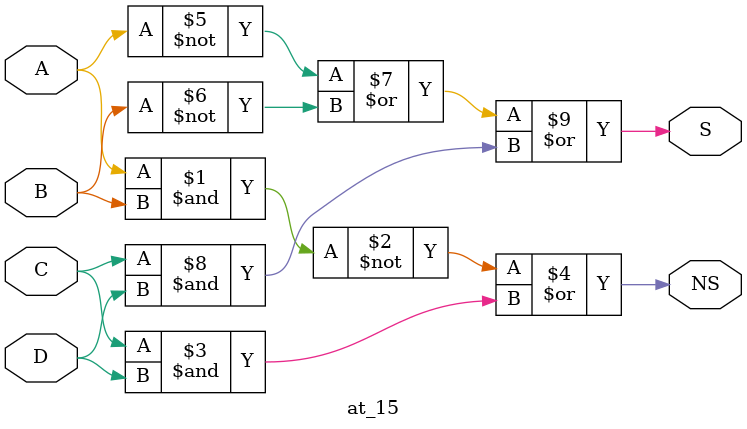
<source format=v>
module at_15(
    input A, B, C, D,
    output NS, S
);

assign NS = ~(A & B) | C & D;
assign S = ~A | ~B | (C & D);
    
endmodule
</source>
